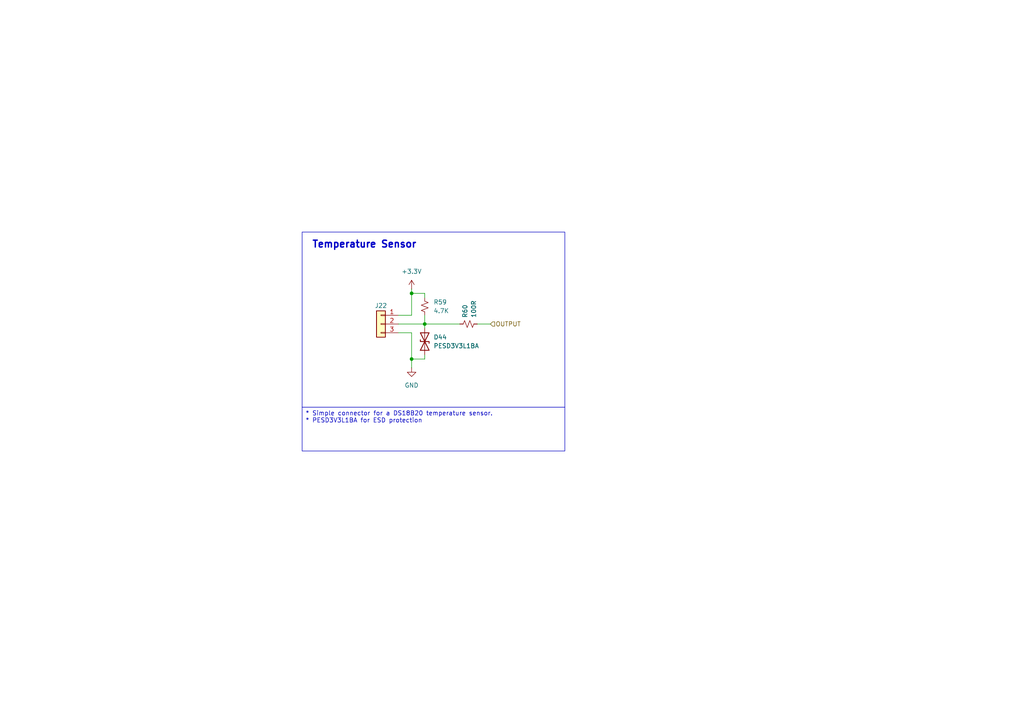
<source format=kicad_sch>
(kicad_sch (version 20250114) (generator "eeschema") (generator_version "9.0")
  (paper "A4")
  (title_block (title "https://github.com/hoeken/brineomatic") (date "2025-08-28") (rev "C"))
  (lib_symbols
    (symbol "Connector_Generic:Conn_01x03" (pin_names (offset 1.016) (hide yes))
      (property "Reference" "J" (at 0 5.08 0))
      (property "Value" "Conn_01x03" (at 0 -5.08 0))
      (symbol "Conn_01x03_1_1"
        (rectangle (start -1.27 3.81) (end 1.27 -3.81) (stroke (width 0.254)) (fill (type background)))
        (rectangle (start -1.27 2.667) (end 0 2.413) (stroke (width 0.1524)))
        (rectangle (start -1.27 0.127) (end 0 -0.127) (stroke (width 0.1524)))
        (rectangle (start -1.27 -2.413) (end 0 -2.667) (stroke (width 0.1524)))
        (pin passive line (at -5.08 2.54 0) (length 3.81) (name "Pin_1") (number "1"))
        (pin passive line (at -5.08 0 0) (length 3.81) (name "Pin_2") (number "2"))
        (pin passive line (at -5.08 -2.54 0) (length 3.81) (name "Pin_3") (number "3"))
      )
    )
    (symbol "Device:D_TVS" (pin_numbers (hide yes)) (pin_names (offset 1.016) (hide yes))
      (property "Reference" "D" (at 0 2.54 0))
      (property "Value" "D_TVS" (at 0 -2.54 0))
      (symbol "D_TVS_0_1"
        (polyline (pts (xy -2.54 1.27) (xy -2.54 -1.27) (xy 2.54 1.27) (xy 2.54 -1.27) (xy -2.54 1.27)) (stroke (width 0.254)))
        (polyline (pts (xy 0.508 1.27) (xy 0 1.27) (xy 0 -1.27) (xy -0.508 -1.27)) (stroke (width 0.254)))
        (polyline (pts (xy 1.27 0) (xy -1.27 0)))
      )
      (symbol "D_TVS_1_1"
        (pin passive line (at -3.81 0 0) (length 2.54) (name "A1") (number "1"))
        (pin passive line (at 3.81 0 180) (length 2.54) (name "A2") (number "2"))
      )
    )
    (symbol "Device:R_Small_US" (pin_numbers (hide yes)) (pin_names (offset 0.254) (hide yes))
      (property "Reference" "R" (at 0.762 0.508 0))
      (property "Value" "R_Small_US" (at 0.762 -1.016 0))
      (symbol "R_Small_US_1_1"
        (polyline (pts (xy 0 1.524) (xy 1.016 1.143) (xy 0 0.762) (xy -1.016 0.381) (xy 0 0)))
        (polyline (pts (xy 0 0) (xy 1.016 -0.381) (xy 0 -0.762) (xy -1.016 -1.143) (xy 0 -1.524)))
        (pin passive line (at 0 2.54 270) (length 1.016) (name "~") (number "1"))
        (pin passive line (at 0 -2.54 90) (length 1.016) (name "~") (number "2"))
      )
    )
    (symbol "power:+3.3V" (power) (pin_numbers (hide yes)) (pin_names (offset 0) (hide yes))
      (property "Value" "+3.3V" (at 0 3.556 0))
      (symbol "+3.3V_0_1"
        (polyline (pts (xy -0.762 1.27) (xy 0 2.54)))
        (polyline (pts (xy 0 2.54) (xy 0.762 1.27)))
        (polyline (pts (xy 0 0) (xy 0 2.54)))
      )
      (symbol "+3.3V_1_1"
        (pin power_in line (at 0 0 90) (length 0) (name "~") (number "1"))
      )
    )
    (symbol "power:GND" (power) (pin_numbers (hide yes)) (pin_names (offset 0) (hide yes))
      (property "Value" "GND" (at 0 -3.81 0))
      (symbol "GND_0_1"
        (polyline (pts (xy 0 0) (xy 0 -1.27) (xy 1.27 -1.27) (xy 0 -2.54) (xy -1.27 -1.27) (xy 0 -1.27)))
      )
      (symbol "GND_1_1"
        (pin power_in line (at 0 0 270) (length 0) (name "~") (number "1"))
      )
    )
  )
  (rectangle (start 87.63 67.31) (end 163.83 118.11))
  (text "Temperature Sensor" (at 90.424 70.993 0) (effects (font (size 2 2) (thickness 0.4) (bold yes)) (justify left)))
  (text_box "* Simple connector for a DS18B20 temperature sensor.\n* PESD3V3L1BA for ESD protection" (at 87.63 118.11 0) (size 76.2 12.7) (margins 0.9525 0.9525 0.9525 0.9525) (effects (font (size 1.27 1.27)) (justify left top)))
  (junction (at 119.38 104.14))
  (junction (at 119.38 85.09))
  (junction (at 123.19 93.98))
  (wire (pts (xy 123.19 93.98) (xy 133.35 93.98)))
  (wire (pts (xy 119.38 85.09) (xy 119.38 83.82)))
  (wire (pts (xy 123.19 85.09) (xy 123.19 86.36)))
  (wire (pts (xy 119.38 91.44) (xy 119.38 85.09)))
  (wire (pts (xy 119.38 104.14) (xy 119.38 106.68)))
  (wire (pts (xy 119.38 104.14) (xy 123.19 104.14)))
  (wire (pts (xy 119.38 85.09) (xy 123.19 85.09)))
  (wire (pts (xy 115.57 93.98) (xy 123.19 93.98)))
  (wire (pts (xy 119.38 96.52) (xy 119.38 104.14)))
  (wire (pts (xy 123.19 91.44) (xy 123.19 93.98)))
  (wire (pts (xy 115.57 96.52) (xy 119.38 96.52)))
  (wire (pts (xy 138.43 93.98) (xy 142.24 93.98)))
  (wire (pts (xy 123.19 95.25) (xy 123.19 93.98)))
  (wire (pts (xy 115.57 91.44) (xy 119.38 91.44)))
  (wire (pts (xy 123.19 104.14) (xy 123.19 102.87)))
  (hierarchical_label "OUTPUT" (shape input) (at 142.24 93.98 0))
  (symbol (lib_id "Device:D_TVS") (at 123.19 99.06 90) (unit 1)
    (property "Reference" "D5" (at 125.73 97.7899 90) (effects (justify right)))
    (property "Value" "PESD3V3L1BA" (at 125.73 100.3299 90) (effects (justify right)))
    (property "Footprint" "Diode_SMD:D_SOD-323" (effects (hide yes)))
    (property "Description" "Bidirectional transient-voltage-suppression diode" (effects (hide yes)))
    (property "LCSC" "C2687129" (effects (hide yes)))
    (instances (project "brineomatic" (path "" (reference "D44") (unit 1)) (path "" (reference "D5") (unit 1))))
  )
  (symbol (lib_id "power:GND") (at 119.38 106.68 0) (unit 1)
    (property "Reference" "#PWR016" (effects (hide yes)))
    (property "Value" "GND" (at 119.38 111.76 0))
    (property "Description" "Power symbol creates a global label with name \"GND\" , ground" (effects (hide yes)))
    (instances (project "brineomatic" (path "" (reference "#PWR067") (unit 1)) (path "" (reference "#PWR016") (unit 1))))
  )
  (symbol (lib_id "Device:R_Small_US") (at 135.89 93.98 270) (unit 1)
    (property "Reference" "R9" (at 134.874 92.202 0) (effects (justify right)))
    (property "Value" "100R" (at 137.414 92.202 0) (effects (justify right)))
    (property "Footprint" "Resistor_SMD:R_0603_1608Metric" (effects (hide yes)))
    (property "Description" "Resistor, small US symbol" (effects (hide yes)))
    (instances (project "brineomatic" (path "" (reference "R60") (unit 1)) (path "" (reference "R9") (unit 1))))
  )
  (symbol (lib_id "Device:R_Small_US") (at 123.19 88.9 180) (unit 1)
    (property "Reference" "R8" (at 125.73 87.6299 0) (effects (justify right)))
    (property "Value" "4.7K" (at 125.73 90.1699 0) (effects (justify right)))
    (property "Footprint" "Resistor_SMD:R_0603_1608Metric" (effects (hide yes)))
    (property "Description" "Resistor, small US symbol" (effects (hide yes)))
    (property "LCSC" " C23162" (effects (hide yes)))
    (instances (project "brineomatic" (path "" (reference "R59") (unit 1)) (path "" (reference "R8") (unit 1))))
  )
  (symbol (lib_id "power:+3.3V") (at 119.38 83.82 0) (unit 1)
    (property "Reference" "#PWR015" (effects (hide yes)))
    (property "Value" "+3.3V" (at 119.38 78.74 0))
    (property "Description" "Power symbol creates a global label with name \"+3.3V\"" (effects (hide yes)))
    (instances (project "brineomatic" (path "" (reference "#PWR066") (unit 1)) (path "" (reference "#PWR015") (unit 1))))
  )
  (symbol (lib_id "Connector_Generic:Conn_01x03") (at 110.49 93.98 0) (mirror y) (unit 1)
    (property "Reference" "J5" (at 110.49 88.646 0))
    (property "Footprint" "Connector_JST:JST_PH_S3B-PH-K_1x03_P2.00mm_Horizontal" (effects (hide yes)))
    (property "Description" "Generic connector, single row, 01x03, script generated (kicad-library-utils/schlib/autogen/connector/)" (effects (hide yes)))
    (property "LCSC" "C157929" (effects (hide yes)))
    (property "Rotation Offset" "180" (effects (hide yes)))
    (instances (project "brineomatic" (path "" (reference "J22") (unit 1)) (path "" (reference "J5") (unit 1))))
  )
)
</source>
